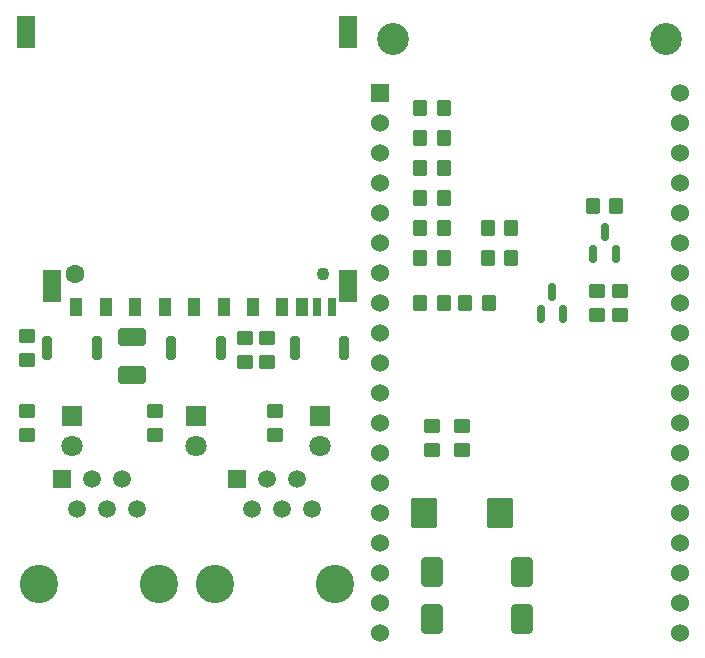
<source format=gbr>
%TF.GenerationSoftware,KiCad,Pcbnew,7.0.9*%
%TF.CreationDate,2023-12-25T18:56:36-06:00*%
%TF.ProjectId,fujinet-adam-devkit-smd,66756a69-6e65-4742-9d61-64616d2d6465,1.1*%
%TF.SameCoordinates,Original*%
%TF.FileFunction,Soldermask,Top*%
%TF.FilePolarity,Negative*%
%FSLAX46Y46*%
G04 Gerber Fmt 4.6, Leading zero omitted, Abs format (unit mm)*
G04 Created by KiCad (PCBNEW 7.0.9) date 2023-12-25 18:56:36*
%MOMM*%
%LPD*%
G01*
G04 APERTURE LIST*
G04 Aperture macros list*
%AMRoundRect*
0 Rectangle with rounded corners*
0 $1 Rounding radius*
0 $2 $3 $4 $5 $6 $7 $8 $9 X,Y pos of 4 corners*
0 Add a 4 corners polygon primitive as box body*
4,1,4,$2,$3,$4,$5,$6,$7,$8,$9,$2,$3,0*
0 Add four circle primitives for the rounded corners*
1,1,$1+$1,$2,$3*
1,1,$1+$1,$4,$5*
1,1,$1+$1,$6,$7*
1,1,$1+$1,$8,$9*
0 Add four rect primitives between the rounded corners*
20,1,$1+$1,$2,$3,$4,$5,0*
20,1,$1+$1,$4,$5,$6,$7,0*
20,1,$1+$1,$6,$7,$8,$9,0*
20,1,$1+$1,$8,$9,$2,$3,0*%
G04 Aperture macros list end*
%ADD10RoundRect,0.250000X0.450000X-0.350000X0.450000X0.350000X-0.450000X0.350000X-0.450000X-0.350000X0*%
%ADD11RoundRect,0.150000X0.150000X-0.587500X0.150000X0.587500X-0.150000X0.587500X-0.150000X-0.587500X0*%
%ADD12RoundRect,0.250000X-0.350000X-0.450000X0.350000X-0.450000X0.350000X0.450000X-0.350000X0.450000X0*%
%ADD13RoundRect,0.200000X0.200000X0.800000X-0.200000X0.800000X-0.200000X-0.800000X0.200000X-0.800000X0*%
%ADD14C,3.250000*%
%ADD15R,1.520000X1.520000*%
%ADD16C,1.520000*%
%ADD17C,1.100000*%
%ADD18C,1.600000*%
%ADD19R,1.000000X1.500000*%
%ADD20R,0.700000X1.500000*%
%ADD21R,1.500000X2.800000*%
%ADD22RoundRect,0.250000X0.350000X0.450000X-0.350000X0.450000X-0.350000X-0.450000X0.350000X-0.450000X0*%
%ADD23RoundRect,0.250000X0.650000X-1.000000X0.650000X1.000000X-0.650000X1.000000X-0.650000X-1.000000X0*%
%ADD24C,2.700000*%
%ADD25R,1.530000X1.530000*%
%ADD26C,1.530000*%
%ADD27RoundRect,0.250000X-0.875000X-1.025000X0.875000X-1.025000X0.875000X1.025000X-0.875000X1.025000X0*%
%ADD28RoundRect,0.250001X-0.924999X0.499999X-0.924999X-0.499999X0.924999X-0.499999X0.924999X0.499999X0*%
%ADD29R,1.800000X1.800000*%
%ADD30C,1.800000*%
%ADD31RoundRect,0.250000X-0.450000X0.350000X-0.450000X-0.350000X0.450000X-0.350000X0.450000X0.350000X0*%
%ADD32RoundRect,0.250000X-0.650000X1.000000X-0.650000X-1.000000X0.650000X-1.000000X0.650000X1.000000X0*%
G04 APERTURE END LIST*
D10*
%TO.C,R21*%
X101600000Y-107045000D03*
X101600000Y-105045000D03*
%TD*%
D11*
%TO.C,Q2*%
X145100000Y-103172500D03*
X147000000Y-103172500D03*
X146050000Y-101297500D03*
%TD*%
D10*
%TO.C,R10*%
X138430000Y-114665000D03*
X138430000Y-112665000D03*
%TD*%
D12*
%TO.C,R1*%
X134890000Y-88265000D03*
X136890000Y-88265000D03*
%TD*%
D13*
%TO.C,SW3*%
X107510000Y-106045000D03*
X103310000Y-106045000D03*
%TD*%
D14*
%TO.C,J1*%
X117470000Y-125984000D03*
X127630000Y-125984000D03*
D15*
X119380000Y-117094000D03*
D16*
X120650000Y-119634000D03*
X121920000Y-117094000D03*
X123190000Y-119634000D03*
X124460000Y-117094000D03*
X125730000Y-119634000D03*
%TD*%
D10*
%TO.C,R20*%
X120015000Y-107172000D03*
X120015000Y-105172000D03*
%TD*%
D12*
%TO.C,R4*%
X134890000Y-98425000D03*
X136890000Y-98425000D03*
%TD*%
D17*
%TO.C,J3*%
X126623000Y-99748000D03*
D18*
X105623000Y-99748000D03*
D19*
X108248000Y-102548000D03*
X110748000Y-102548000D03*
X113248000Y-102548000D03*
X115748000Y-102548000D03*
X118248000Y-102548000D03*
X120748000Y-102548000D03*
X123178000Y-102548000D03*
X124878000Y-102548000D03*
X105748000Y-102548000D03*
D20*
X126178000Y-102548000D03*
X127378000Y-102548000D03*
D21*
X128773000Y-100748000D03*
X128773000Y-79248000D03*
X103673000Y-100748000D03*
X101473000Y-79248000D03*
%TD*%
D22*
%TO.C,R12*%
X142605000Y-98425000D03*
X140605000Y-98425000D03*
%TD*%
D12*
%TO.C,R14*%
X149495000Y-93980000D03*
X151495000Y-93980000D03*
%TD*%
D11*
%TO.C,Q1*%
X149545000Y-98092500D03*
X151445000Y-98092500D03*
X150495000Y-96217500D03*
%TD*%
D12*
%TO.C,R17*%
X134890000Y-102235000D03*
X136890000Y-102235000D03*
%TD*%
D23*
%TO.C,D4*%
X135890000Y-129000000D03*
X135890000Y-125000000D03*
%TD*%
D13*
%TO.C,SW1*%
X128465000Y-106045000D03*
X124265000Y-106045000D03*
%TD*%
D24*
%TO.C,H2*%
X155702000Y-79883000D03*
%TD*%
D25*
%TO.C,U1*%
X131445000Y-84455000D03*
D26*
X131445000Y-86995000D03*
X131445000Y-89535000D03*
X131445000Y-92075000D03*
X131445000Y-94615000D03*
X131445000Y-97155000D03*
X131445000Y-99695000D03*
X131445000Y-102235000D03*
X131445000Y-104775000D03*
X131445000Y-107315000D03*
X131445000Y-109855000D03*
X131445000Y-112395000D03*
X131445000Y-114935000D03*
X131445000Y-117475000D03*
X131445000Y-120015000D03*
X131445000Y-122555000D03*
X131445000Y-125095000D03*
X131445000Y-127635000D03*
X131445000Y-130175000D03*
X156845000Y-130175000D03*
X156845000Y-127635000D03*
X156845000Y-125095000D03*
X156845000Y-122555000D03*
X156845000Y-120015000D03*
X156845000Y-117475000D03*
X156845000Y-114935000D03*
X156845000Y-112395000D03*
X156845000Y-109855000D03*
X156845000Y-107315000D03*
X156845000Y-104775000D03*
X156845000Y-102235000D03*
X156845000Y-99695000D03*
X156845000Y-97155000D03*
X156845000Y-94615000D03*
X156845000Y-92075000D03*
X156845000Y-89535000D03*
X156845000Y-86995000D03*
X156845000Y-84455000D03*
%TD*%
D27*
%TO.C,C2*%
X135230000Y-120015000D03*
X141630000Y-120015000D03*
%TD*%
D13*
%TO.C,SW2*%
X117987500Y-106045000D03*
X113787500Y-106045000D03*
%TD*%
D28*
%TO.C,C1*%
X110490000Y-105055000D03*
X110490000Y-108305000D03*
%TD*%
D29*
%TO.C,D2*%
X115887500Y-111755000D03*
D30*
X115887500Y-114295000D03*
%TD*%
D10*
%TO.C,R8*%
X112395000Y-113395000D03*
X112395000Y-111395000D03*
%TD*%
%TO.C,R19*%
X121920000Y-107172000D03*
X121920000Y-105172000D03*
%TD*%
D12*
%TO.C,R5*%
X134890000Y-95885000D03*
X136890000Y-95885000D03*
%TD*%
D22*
%TO.C,R18*%
X140700000Y-102235000D03*
X138700000Y-102235000D03*
%TD*%
D10*
%TO.C,R7*%
X122555000Y-113395000D03*
X122555000Y-111395000D03*
%TD*%
D14*
%TO.C,J2*%
X102616000Y-125984000D03*
X112776000Y-125984000D03*
D15*
X104526000Y-117094000D03*
D16*
X105796000Y-119634000D03*
X107066000Y-117094000D03*
X108336000Y-119634000D03*
X109606000Y-117094000D03*
X110876000Y-119634000D03*
%TD*%
D10*
%TO.C,R9*%
X101600000Y-113395000D03*
X101600000Y-111395000D03*
%TD*%
D12*
%TO.C,R6*%
X134890000Y-85725000D03*
X136890000Y-85725000D03*
%TD*%
D10*
%TO.C,R16*%
X151765000Y-103235000D03*
X151765000Y-101235000D03*
%TD*%
D31*
%TO.C,R15*%
X149860000Y-101235000D03*
X149860000Y-103235000D03*
%TD*%
D10*
%TO.C,R11*%
X135890000Y-114665000D03*
X135890000Y-112665000D03*
%TD*%
D29*
%TO.C,D1*%
X126365000Y-111755000D03*
D30*
X126365000Y-114295000D03*
%TD*%
D32*
%TO.C,D5*%
X143510000Y-125000000D03*
X143510000Y-129000000D03*
%TD*%
D29*
%TO.C,D3*%
X105410000Y-111760000D03*
D30*
X105410000Y-114300000D03*
%TD*%
D12*
%TO.C,R3*%
X134890000Y-93345000D03*
X136890000Y-93345000D03*
%TD*%
D22*
%TO.C,R13*%
X142605000Y-95885000D03*
X140605000Y-95885000D03*
%TD*%
D12*
%TO.C,R2*%
X134890000Y-90805000D03*
X136890000Y-90805000D03*
%TD*%
D24*
%TO.C,H1*%
X132588000Y-79883000D03*
%TD*%
M02*

</source>
